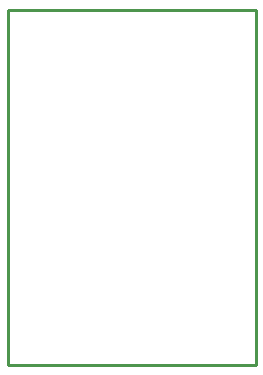
<source format=gko>
G04*
G04 #@! TF.GenerationSoftware,Altium Limited,Altium Designer,22.2.1 (43)*
G04*
G04 Layer_Color=16711935*
%FSAX24Y24*%
%MOIN*%
G70*
G04*
G04 #@! TF.SameCoordinates,0A7D3E4C-9769-4D31-AB1C-A6483D793648*
G04*
G04*
G04 #@! TF.FilePolarity,Positive*
G04*
G01*
G75*
%ADD59C,0.0100*%
D59*
X014567Y029134D02*
X014567Y017323D01*
X022835D01*
Y029134D01*
X014567D02*
X022835D01*
M02*

</source>
